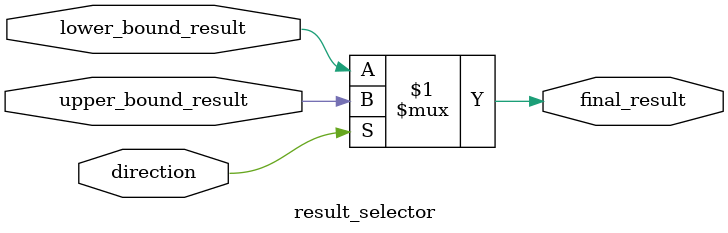
<source format=sv>
module open_ended_range_detector(
    input wire [11:0] data,
    input wire [11:0] bound_value,
    input wire direction, // 0=lower_bound_only, 1=upper_bound_only
    output wire in_valid_zone
);
    // Internal connections
    wire lower_bound_result;
    wire upper_bound_result;
    
    // Instantiate lower bound detector
    lower_bound_detector lower_bound_inst (
        .data(data),
        .bound_value(bound_value),
        .is_in_range(lower_bound_result)
    );
    
    // Instantiate upper bound detector
    upper_bound_detector upper_bound_inst (
        .data(data),
        .bound_value(bound_value),
        .is_in_range(upper_bound_result)
    );
    
    // Instantiate result selector based on direction
    result_selector result_selector_inst (
        .lower_bound_result(lower_bound_result),
        .upper_bound_result(upper_bound_result),
        .direction(direction),
        .final_result(in_valid_zone)
    );
endmodule

//=====================================================================
// Lower bound detector submodule
//=====================================================================
module lower_bound_detector #(
    parameter DATA_WIDTH = 12
)(
    input wire [DATA_WIDTH-1:0] data,
    input wire [DATA_WIDTH-1:0] bound_value,
    output wire is_in_range
);
    // Check if data is greater than or equal to the bound_value
    assign is_in_range = (data >= bound_value);
endmodule

//=====================================================================
// Upper bound detector submodule
//=====================================================================
module upper_bound_detector #(
    parameter DATA_WIDTH = 12
)(
    input wire [DATA_WIDTH-1:0] data,
    input wire [DATA_WIDTH-1:0] bound_value,
    output wire is_in_range
);
    // Check if data is less than or equal to the bound_value
    assign is_in_range = (data <= bound_value);
endmodule

//=====================================================================
// Result selector submodule
//=====================================================================
module result_selector(
    input wire lower_bound_result,
    input wire upper_bound_result,
    input wire direction, // 0=lower_bound_only, 1=upper_bound_only
    output wire final_result
);
    // Select the appropriate result based on direction
    assign final_result = direction ? upper_bound_result : lower_bound_result;
endmodule
</source>
